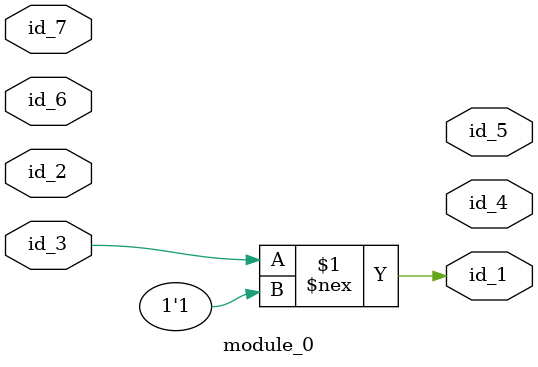
<source format=v>
module module_0 (
    id_1,
    id_2,
    id_3,
    id_4,
    id_5,
    id_6,
    id_7
);
  input id_7;
  inout id_6;
  output id_5;
  output id_4;
  inout id_3;
  inout id_2;
  output id_1;
  assign id_1 = 1'd0 ? id_3 : id_3 !== 1;
endmodule

</source>
